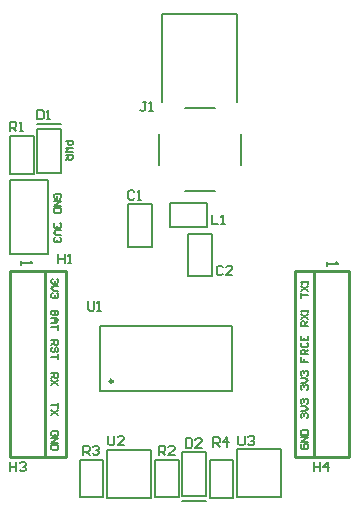
<source format=gto>
G04*
G04 #@! TF.GenerationSoftware,Altium Limited,Altium Designer,19.0.10 (269)*
G04*
G04 Layer_Color=65535*
%FSLAX25Y25*%
%MOIN*%
G70*
G01*
G75*
%ADD10C,0.01000*%
%ADD11C,0.00787*%
D10*
X36580Y-96752D02*
G03*
X36580Y-96752I-557J0D01*
G01*
X97244Y-60142D02*
X103543D01*
X14173D02*
X20866D01*
Y-122047D02*
Y-60142D01*
X14173Y-122047D02*
X20866D01*
X97244D02*
Y-60142D01*
Y-122047D02*
X103543D01*
X2362D02*
X14173D01*
X2362Y-60142D02*
X14173D01*
Y-122047D02*
Y-60142D01*
X2362Y-122047D02*
Y-60142D01*
X103543Y-122047D02*
X115354D01*
X103543Y-60142D02*
X115354D01*
Y-122047D02*
Y-60142D01*
X103543Y-122047D02*
Y-60142D01*
D11*
X32480Y-99902D02*
Y-78248D01*
Y-99902D02*
X76181D01*
Y-78248D01*
X32480D02*
X76181D01*
X53150Y-3740D02*
Y25787D01*
X60532Y-33267D02*
X70768D01*
X51871Y-24606D02*
Y-14370D01*
X60531Y-5709D02*
X70768D01*
X53150Y25787D02*
X78150D01*
X79428Y-24606D02*
Y-14370D01*
X78150Y-3740D02*
Y25787D01*
X68898Y-135531D02*
X76772D01*
Y-122933D01*
X68898D02*
X76772D01*
X68898Y-135531D02*
Y-122933D01*
X61811Y-61811D02*
Y-47638D01*
X69685D01*
Y-61811D02*
Y-47638D01*
X61811Y-61811D02*
X69685D01*
X55512Y-45276D02*
Y-37402D01*
Y-45276D02*
X68110D01*
Y-37402D01*
X55512D02*
X68110D01*
X49606Y-51968D02*
Y-37795D01*
X41732Y-51968D02*
X49606D01*
X41732D02*
Y-37795D01*
X49606D01*
X14173Y-54331D02*
X14961D01*
Y-29528D01*
X2362D02*
X14961D01*
X2362Y-54331D02*
Y-29528D01*
Y-54331D02*
X3150D01*
X14173D01*
X19291Y-27461D02*
Y-12697D01*
X11417Y-27461D02*
X19291D01*
X11417D02*
Y-12697D01*
X19291D01*
X11417Y-11122D02*
X19291D01*
X2362Y-27559D02*
X10236D01*
Y-14961D01*
X2362D02*
X10236D01*
X2362Y-27559D02*
Y-14961D01*
X59842Y-134941D02*
Y-120177D01*
X67716D01*
Y-134941D02*
Y-120177D01*
X59842Y-134941D02*
X67716D01*
X59842Y-136516D02*
X67716D01*
X49431Y-135579D02*
Y-119535D01*
X34765D02*
X49431D01*
X34765Y-135579D02*
Y-119535D01*
Y-135579D02*
X49431D01*
X25591Y-135433D02*
X33465D01*
Y-122835D01*
X25591D02*
X33465D01*
X25591Y-135433D02*
Y-122835D01*
X92739Y-135382D02*
Y-119339D01*
X78074D02*
X92739D01*
X78074Y-135382D02*
Y-119339D01*
Y-135382D02*
X92739D01*
X50787Y-122835D02*
X58661D01*
X50787Y-135433D02*
Y-122835D01*
Y-135433D02*
X58661D01*
Y-122835D01*
X20866Y-16535D02*
X23228D01*
Y-17716D01*
X22834Y-18110D01*
X22047D01*
X21653Y-17716D01*
Y-16535D01*
X23228Y-18897D02*
X20866D01*
X21653Y-19684D01*
X20866Y-20471D01*
X23228D01*
X20866Y-21258D02*
X23228D01*
Y-22439D01*
X22834Y-22833D01*
X22047D01*
X21653Y-22439D01*
Y-21258D01*
Y-22046D02*
X20866Y-22833D01*
X18897Y-35826D02*
X19291Y-35433D01*
Y-34646D01*
X18897Y-34252D01*
X17323D01*
X16929Y-34646D01*
Y-35433D01*
X17323Y-35826D01*
X18110D01*
Y-35039D01*
X16929Y-36613D02*
X19291D01*
X16929Y-38188D01*
X19291D01*
Y-38975D02*
X16929D01*
Y-40156D01*
X17323Y-40549D01*
X18897D01*
X19291Y-40156D01*
Y-38975D01*
X18897Y-44094D02*
X19291Y-44488D01*
Y-45275D01*
X18897Y-45669D01*
X18503D01*
X18110Y-45275D01*
Y-44882D01*
Y-45275D01*
X17716Y-45669D01*
X17323D01*
X16929Y-45275D01*
Y-44488D01*
X17323Y-44094D01*
X19291Y-46456D02*
X17716D01*
X16929Y-47243D01*
X17716Y-48030D01*
X19291D01*
X18897Y-48817D02*
X19291Y-49211D01*
Y-49998D01*
X18897Y-50392D01*
X18503D01*
X18110Y-49998D01*
Y-49604D01*
Y-49998D01*
X17716Y-50392D01*
X17323D01*
X16929Y-49998D01*
Y-49211D01*
X17323Y-48817D01*
X99607Y-117717D02*
X99213Y-118111D01*
Y-118898D01*
X99607Y-119291D01*
X101181D01*
X101575Y-118898D01*
Y-118111D01*
X101181Y-117717D01*
X100394D01*
Y-118504D01*
X101575Y-116930D02*
X99213D01*
X101575Y-115356D01*
X99213D01*
Y-114568D02*
X101575D01*
Y-113388D01*
X101181Y-112994D01*
X99607D01*
X99213Y-113388D01*
Y-114568D01*
X99607Y-109055D02*
X99213Y-108662D01*
Y-107874D01*
X99607Y-107481D01*
X100001D01*
X100394Y-107874D01*
Y-108268D01*
Y-107874D01*
X100788Y-107481D01*
X101181D01*
X101575Y-107874D01*
Y-108662D01*
X101181Y-109055D01*
X99213Y-106694D02*
X100788D01*
X101575Y-105906D01*
X100788Y-105119D01*
X99213D01*
X99607Y-104332D02*
X99213Y-103939D01*
Y-103152D01*
X99607Y-102758D01*
X100001D01*
X100394Y-103152D01*
Y-103545D01*
Y-103152D01*
X100788Y-102758D01*
X101181D01*
X101575Y-103152D01*
Y-103939D01*
X101181Y-104332D01*
X99607Y-99606D02*
X99213Y-99213D01*
Y-98426D01*
X99607Y-98032D01*
X100001D01*
X100394Y-98426D01*
Y-98819D01*
Y-98426D01*
X100788Y-98032D01*
X101181D01*
X101575Y-98426D01*
Y-99213D01*
X101181Y-99606D01*
X99213Y-97245D02*
X100788D01*
X101575Y-96458D01*
X100788Y-95671D01*
X99213D01*
X99607Y-94883D02*
X99213Y-94490D01*
Y-93703D01*
X99607Y-93309D01*
X100001D01*
X100394Y-93703D01*
Y-94096D01*
Y-93703D01*
X100788Y-93309D01*
X101181D01*
X101575Y-93703D01*
Y-94490D01*
X101181Y-94883D01*
X99213Y-88583D02*
Y-90158D01*
X100394D01*
Y-89370D01*
Y-90158D01*
X101575D01*
Y-87796D02*
X99213D01*
Y-86615D01*
X99607Y-86222D01*
X100394D01*
X100788Y-86615D01*
Y-87796D01*
Y-87009D02*
X101575Y-86222D01*
X99607Y-83860D02*
X99213Y-84254D01*
Y-85041D01*
X99607Y-85435D01*
X101181D01*
X101575Y-85041D01*
Y-84254D01*
X101181Y-83860D01*
X99213Y-81499D02*
Y-83073D01*
X101575D01*
Y-81499D01*
X100394Y-83073D02*
Y-82286D01*
X99213Y-68898D02*
Y-67323D01*
Y-68111D01*
X101575D01*
X99213Y-66536D02*
X101575Y-64962D01*
X99213D02*
X101575Y-66536D01*
Y-64175D02*
Y-63388D01*
Y-63781D01*
X99213D01*
X99607Y-64175D01*
X101575Y-78347D02*
X99213D01*
Y-77166D01*
X99607Y-76772D01*
X100394D01*
X100788Y-77166D01*
Y-78347D01*
Y-77559D02*
X101575Y-76772D01*
X99213Y-75985D02*
X101575Y-74411D01*
X99213D02*
X101575Y-75985D01*
Y-73624D02*
Y-72836D01*
Y-73230D01*
X99213D01*
X99607Y-73624D01*
X18110Y-114960D02*
X18503Y-114567D01*
Y-113779D01*
X18110Y-113386D01*
X16535D01*
X16142Y-113779D01*
Y-114567D01*
X16535Y-114960D01*
X17323D01*
Y-114173D01*
X16142Y-115747D02*
X18503D01*
X16142Y-117322D01*
X18503D01*
Y-118109D02*
X16142D01*
Y-119289D01*
X16535Y-119683D01*
X18110D01*
X18503Y-119289D01*
Y-118109D01*
Y-103937D02*
Y-105511D01*
Y-104724D01*
X16142D01*
X18503Y-106298D02*
X16142Y-107873D01*
X18503D02*
X16142Y-106298D01*
Y-94095D02*
X18503D01*
Y-95275D01*
X18110Y-95669D01*
X17323D01*
X16929Y-95275D01*
Y-94095D01*
Y-94882D02*
X16142Y-95669D01*
X18503Y-96456D02*
X16142Y-98030D01*
X18503D02*
X16142Y-96456D01*
Y-83071D02*
X18503D01*
Y-84252D01*
X18110Y-84645D01*
X17323D01*
X16929Y-84252D01*
Y-83071D01*
Y-83858D02*
X16142Y-84645D01*
X18110Y-87007D02*
X18503Y-86613D01*
Y-85826D01*
X18110Y-85432D01*
X17716D01*
X17323Y-85826D01*
Y-86613D01*
X16929Y-87007D01*
X16535D01*
X16142Y-86613D01*
Y-85826D01*
X16535Y-85432D01*
X18503Y-87794D02*
Y-89368D01*
Y-88581D01*
X16142D01*
X18503Y-73228D02*
X16142D01*
Y-74409D01*
X16535Y-74803D01*
X16929D01*
X17323Y-74409D01*
Y-73228D01*
Y-74409D01*
X17716Y-74803D01*
X18110D01*
X18503Y-74409D01*
Y-73228D01*
X16142Y-75590D02*
X17716D01*
X18503Y-76377D01*
X17716Y-77164D01*
X16142D01*
X17323D01*
Y-75590D01*
X18503Y-77951D02*
Y-79526D01*
Y-78738D01*
X16142D01*
X18110Y-62598D02*
X18503Y-62992D01*
Y-63779D01*
X18110Y-64173D01*
X17716D01*
X17323Y-63779D01*
Y-63386D01*
Y-63779D01*
X16929Y-64173D01*
X16535D01*
X16142Y-63779D01*
Y-62992D01*
X16535Y-62598D01*
X18503Y-64960D02*
X16929D01*
X16142Y-65747D01*
X16929Y-66534D01*
X18503D01*
X18110Y-67321D02*
X18503Y-67715D01*
Y-68502D01*
X18110Y-68896D01*
X17716D01*
X17323Y-68502D01*
Y-68108D01*
Y-68502D01*
X16929Y-68896D01*
X16535D01*
X16142Y-68502D01*
Y-67715D01*
X16535Y-67321D01*
X5906Y-56693D02*
Y-58005D01*
Y-57349D01*
X9841D01*
X9185Y-56693D01*
X107874Y-57087D02*
Y-58398D01*
Y-57743D01*
X111810D01*
X111154Y-57087D01*
X43831Y-33597D02*
X43307Y-33072D01*
X42257D01*
X41732Y-33597D01*
Y-35696D01*
X42257Y-36220D01*
X43307D01*
X43831Y-35696D01*
X44881Y-36220D02*
X45930D01*
X45406D01*
Y-33072D01*
X44881Y-33597D01*
X73359Y-58793D02*
X72834Y-58269D01*
X71785D01*
X71260Y-58793D01*
Y-60893D01*
X71785Y-61417D01*
X72834D01*
X73359Y-60893D01*
X76508Y-61417D02*
X74408D01*
X76508Y-59318D01*
Y-58793D01*
X75983Y-58269D01*
X74933D01*
X74408Y-58793D01*
X11417Y-6300D02*
Y-9449D01*
X12992D01*
X13516Y-8924D01*
Y-6825D01*
X12992Y-6300D01*
X11417D01*
X14566Y-9449D02*
X15615D01*
X15091D01*
Y-6300D01*
X14566Y-6825D01*
X61024Y-115749D02*
Y-118898D01*
X62598D01*
X63123Y-118373D01*
Y-116274D01*
X62598Y-115749D01*
X61024D01*
X66271Y-118898D02*
X64172D01*
X66271Y-116799D01*
Y-116274D01*
X65746Y-115749D01*
X64697D01*
X64172Y-116274D01*
X18504Y-54332D02*
Y-57480D01*
Y-55906D01*
X20603D01*
Y-54332D01*
Y-57480D01*
X21653D02*
X22702D01*
X22177D01*
Y-54332D01*
X21653Y-54856D01*
X2362Y-123623D02*
Y-126772D01*
Y-125197D01*
X4461D01*
Y-123623D01*
Y-126772D01*
X5511Y-124148D02*
X6036Y-123623D01*
X7085D01*
X7610Y-124148D01*
Y-124673D01*
X7085Y-125197D01*
X6560D01*
X7085D01*
X7610Y-125722D01*
Y-126247D01*
X7085Y-126772D01*
X6036D01*
X5511Y-126247D01*
X103543Y-123623D02*
Y-126772D01*
Y-125197D01*
X105642D01*
Y-123623D01*
Y-126772D01*
X108266D02*
Y-123623D01*
X106692Y-125197D01*
X108791D01*
X47768Y-3544D02*
X46719D01*
X47244D01*
Y-6168D01*
X46719Y-6693D01*
X46194D01*
X45669Y-6168D01*
X48818Y-6693D02*
X49867D01*
X49343D01*
Y-3544D01*
X48818Y-4069D01*
X69685Y-41340D02*
Y-44488D01*
X71784D01*
X72834D02*
X73883D01*
X73358D01*
Y-41340D01*
X72834Y-41864D01*
X2362Y-13386D02*
Y-10237D01*
X3937D01*
X4461Y-10762D01*
Y-11812D01*
X3937Y-12336D01*
X2362D01*
X3412D02*
X4461Y-13386D01*
X5511D02*
X6560D01*
X6036D01*
Y-10237D01*
X5511Y-10762D01*
X51969Y-121307D02*
Y-118158D01*
X53544D01*
X54068Y-118683D01*
Y-119733D01*
X53544Y-120257D01*
X51969D01*
X53019D02*
X54068Y-121307D01*
X57217D02*
X55118D01*
X57217Y-119208D01*
Y-118683D01*
X56692Y-118158D01*
X55643D01*
X55118Y-118683D01*
X26772Y-121307D02*
Y-118158D01*
X28346D01*
X28871Y-118683D01*
Y-119733D01*
X28346Y-120257D01*
X26772D01*
X27821D02*
X28871Y-121307D01*
X29920Y-118683D02*
X30445Y-118158D01*
X31495D01*
X32019Y-118683D01*
Y-119208D01*
X31495Y-119733D01*
X30970D01*
X31495D01*
X32019Y-120257D01*
Y-120782D01*
X31495Y-121307D01*
X30445D01*
X29920Y-120782D01*
X70079Y-118504D02*
Y-115355D01*
X71653D01*
X72178Y-115880D01*
Y-116930D01*
X71653Y-117454D01*
X70079D01*
X71128D02*
X72178Y-118504D01*
X74802D02*
Y-115355D01*
X73227Y-116930D01*
X75326D01*
X28346Y-70080D02*
Y-72704D01*
X28871Y-73228D01*
X29921D01*
X30446Y-72704D01*
Y-70080D01*
X31495Y-73228D02*
X32545D01*
X32020D01*
Y-70080D01*
X31495Y-70604D01*
X35039Y-114962D02*
Y-117586D01*
X35564Y-118110D01*
X36614D01*
X37138Y-117586D01*
Y-114962D01*
X40287Y-118110D02*
X38188D01*
X40287Y-116011D01*
Y-115486D01*
X39762Y-114962D01*
X38713D01*
X38188Y-115486D01*
X78482Y-114962D02*
Y-117586D01*
X79007Y-118110D01*
X80056D01*
X80581Y-117586D01*
Y-114962D01*
X81630Y-115486D02*
X82155Y-114962D01*
X83205D01*
X83729Y-115486D01*
Y-116011D01*
X83205Y-116536D01*
X82680D01*
X83205D01*
X83729Y-117061D01*
Y-117586D01*
X83205Y-118110D01*
X82155D01*
X81630Y-117586D01*
M02*

</source>
